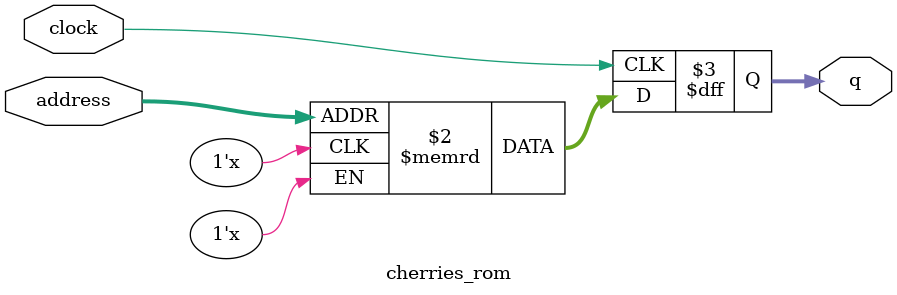
<source format=sv>
module cherries_rom (
	input logic clock,
	input logic [7:0] address,
	output logic [1:0] q
);

logic [1:0] memory [0:255] /* synthesis ram_init_file = "./cherries/cherries.mif" */;

always_ff @ (posedge clock) begin
	q <= memory[address];
end

endmodule

</source>
